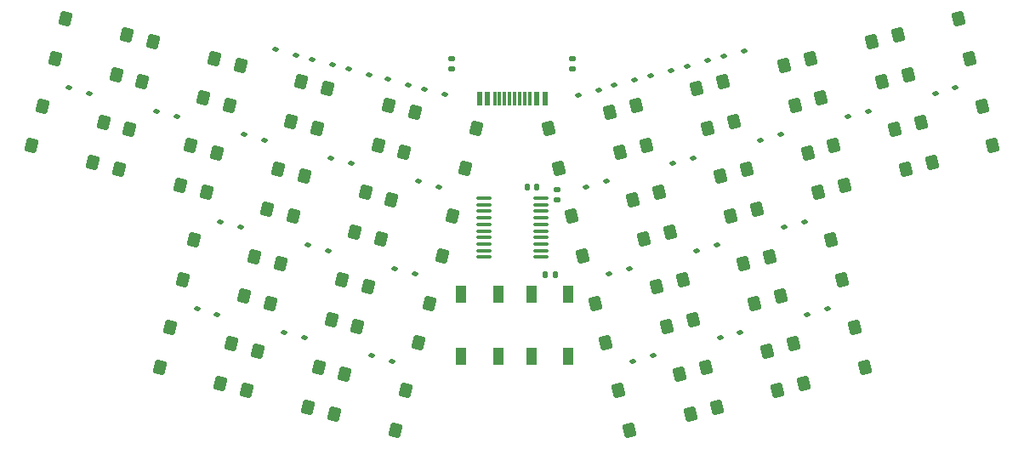
<source format=gbr>
%TF.GenerationSoftware,KiCad,Pcbnew,7.0.8*%
%TF.CreationDate,2024-01-22T23:57:30-06:00*%
%TF.ProjectId,idawgz32,69646177-677a-4333-922e-6b696361645f,rev?*%
%TF.SameCoordinates,Original*%
%TF.FileFunction,Paste,Top*%
%TF.FilePolarity,Positive*%
%FSLAX46Y46*%
G04 Gerber Fmt 4.6, Leading zero omitted, Abs format (unit mm)*
G04 Created by KiCad (PCBNEW 7.0.8) date 2024-01-22 23:57:30*
%MOMM*%
%LPD*%
G01*
G04 APERTURE LIST*
G04 Aperture macros list*
%AMRoundRect*
0 Rectangle with rounded corners*
0 $1 Rounding radius*
0 $2 $3 $4 $5 $6 $7 $8 $9 X,Y pos of 4 corners*
0 Add a 4 corners polygon primitive as box body*
4,1,4,$2,$3,$4,$5,$6,$7,$8,$9,$2,$3,0*
0 Add four circle primitives for the rounded corners*
1,1,$1+$1,$2,$3*
1,1,$1+$1,$4,$5*
1,1,$1+$1,$6,$7*
1,1,$1+$1,$8,$9*
0 Add four rect primitives between the rounded corners*
20,1,$1+$1,$2,$3,$4,$5,0*
20,1,$1+$1,$4,$5,$6,$7,0*
20,1,$1+$1,$6,$7,$8,$9,0*
20,1,$1+$1,$8,$9,$2,$3,0*%
G04 Aperture macros list end*
%ADD10R,1.100000X1.800000*%
%ADD11RoundRect,0.171429X-0.550772X-0.399638X0.277164X-0.621483X0.550772X0.399638X-0.277164X0.621483X0*%
%ADD12RoundRect,0.171429X-0.277164X-0.621483X0.550772X-0.399638X0.277164X0.621483X-0.550772X0.399638X0*%
%ADD13RoundRect,0.112500X-0.151994X-0.157195X0.210228X-0.060138X0.151994X0.157195X-0.210228X0.060138X0*%
%ADD14RoundRect,0.112500X0.210228X0.060138X-0.151994X0.157195X-0.210228X-0.060138X0.151994X-0.157195X0*%
%ADD15RoundRect,0.135000X0.135000X0.185000X-0.135000X0.185000X-0.135000X-0.185000X0.135000X-0.185000X0*%
%ADD16RoundRect,0.140000X0.170000X-0.140000X0.170000X0.140000X-0.170000X0.140000X-0.170000X-0.140000X0*%
%ADD17RoundRect,0.140000X0.140000X0.170000X-0.140000X0.170000X-0.140000X-0.170000X0.140000X-0.170000X0*%
%ADD18RoundRect,0.135000X0.185000X-0.135000X0.185000X0.135000X-0.185000X0.135000X-0.185000X-0.135000X0*%
%ADD19RoundRect,0.100000X-0.637500X-0.100000X0.637500X-0.100000X0.637500X0.100000X-0.637500X0.100000X0*%
%ADD20R,0.600000X1.450000*%
%ADD21R,0.300000X1.450000*%
G04 APERTURE END LIST*
D10*
%TO.C,SW42*%
X70101412Y-70016111D03*
X70101412Y-63816111D03*
X73801412Y-70016111D03*
X73801412Y-63816111D03*
%TD*%
D11*
%TO.C,SW3*%
X39462028Y-38720270D03*
X45547360Y-40350830D03*
X38400870Y-42680566D03*
X44486202Y-44311126D03*
%TD*%
D12*
%TO.C,SW8*%
X87515457Y-45009576D03*
X93600789Y-43379016D03*
X88576615Y-48969872D03*
X94661947Y-47339312D03*
%TD*%
D13*
%TO.C,D30*%
X95897912Y-68179535D03*
X97926356Y-67636015D03*
%TD*%
D11*
%TO.C,SW23*%
X52189952Y-60765680D03*
X58275284Y-62396240D03*
X51128794Y-64725976D03*
X57214126Y-66356536D03*
%TD*%
D14*
%TO.C,D29*%
X54551573Y-68179536D03*
X52523129Y-67636016D03*
%TD*%
D11*
%TO.C,SW25*%
X60883287Y-63095050D03*
X66968619Y-64725610D03*
X59822129Y-67055346D03*
X65907461Y-68685906D03*
%TD*%
D14*
%TO.C,D15*%
X50516986Y-48463496D03*
X48488542Y-47919976D03*
%TD*%
D13*
%TO.C,D6*%
X89014920Y-42071369D03*
X91043364Y-41527849D03*
%TD*%
D15*
%TO.C,R1*%
X79476929Y-61916107D03*
X78456929Y-61916107D03*
%TD*%
D11*
%TO.C,SW21*%
X43496619Y-58436309D03*
X49581951Y-60066869D03*
X42435461Y-62396605D03*
X48520793Y-64027165D03*
%TD*%
D13*
%TO.C,D24*%
X93568541Y-59486199D03*
X95596985Y-58942679D03*
%TD*%
%TO.C,D18*%
X91239168Y-50792870D03*
X93267612Y-50249350D03*
%TD*%
D14*
%TO.C,D3*%
X57328532Y-40971161D03*
X55300088Y-40427641D03*
%TD*%
D13*
%TO.C,D2*%
X96259361Y-40130226D03*
X98287805Y-39586706D03*
%TD*%
%TO.C,D10*%
X117319165Y-43804758D03*
X119347609Y-43261238D03*
%TD*%
D12*
%TO.C,SW24*%
X92174199Y-62396242D03*
X98259531Y-60765682D03*
X93235357Y-66356538D03*
X99320689Y-64725978D03*
%TD*%
D13*
%TO.C,D14*%
X110654278Y-45590608D03*
X108625834Y-46134128D03*
%TD*%
D11*
%TO.C,SW19*%
X63212657Y-54401716D03*
X69297989Y-56032276D03*
X62151499Y-58362012D03*
X68236831Y-59992572D03*
%TD*%
D12*
%TO.C,SW2*%
X113595457Y-38021460D03*
X119680789Y-36390900D03*
X114656615Y-41981756D03*
X120741947Y-40351196D03*
%TD*%
D11*
%TO.C,SW13*%
X37132661Y-47413601D03*
X43217993Y-49044161D03*
X36071503Y-51373897D03*
X42156835Y-53004457D03*
%TD*%
%TO.C,SW1*%
X30768698Y-36390906D03*
X36854030Y-38021466D03*
X29707540Y-40351202D03*
X35792872Y-41981762D03*
%TD*%
%TO.C,SW11*%
X65542027Y-45708386D03*
X71627359Y-47338946D03*
X64480869Y-49668682D03*
X70566201Y-51299242D03*
%TD*%
D12*
%TO.C,SW26*%
X83480869Y-64725613D03*
X89566201Y-63095053D03*
X84542027Y-68685909D03*
X90627359Y-67055349D03*
%TD*%
D14*
%TO.C,D19*%
X67903647Y-53122241D03*
X65875203Y-52578721D03*
%TD*%
D13*
%TO.C,D8*%
X85392695Y-43041940D03*
X87421139Y-42498420D03*
%TD*%
D16*
%TO.C,C1*%
X79716930Y-54416107D03*
X79716930Y-53456107D03*
%TD*%
D12*
%TO.C,SW6*%
X96208792Y-42680205D03*
X102294124Y-41049645D03*
X97269950Y-46640501D03*
X103355282Y-45009941D03*
%TD*%
D17*
%TO.C,C2*%
X77676928Y-53166111D03*
X76716928Y-53166111D03*
%TD*%
D13*
%TO.C,D4*%
X92637140Y-41100798D03*
X94665584Y-40557278D03*
%TD*%
%TO.C,D32*%
X87204582Y-70508906D03*
X89233026Y-69965386D03*
%TD*%
D18*
%TO.C,R5*%
X69216929Y-41426111D03*
X69216929Y-40406111D03*
%TD*%
D19*
%TO.C,U1*%
X72362242Y-54272148D03*
X72362242Y-54922148D03*
X72362242Y-55572148D03*
X72362242Y-56222148D03*
X72362242Y-56872148D03*
X72362242Y-57522148D03*
X72362242Y-58172148D03*
X72362242Y-58822148D03*
X72362242Y-59472148D03*
X72362242Y-60122148D03*
X78087242Y-60122148D03*
X78087242Y-59472148D03*
X78087242Y-58822148D03*
X78087242Y-58172148D03*
X78087242Y-57522148D03*
X78087242Y-56872148D03*
X78087242Y-56222148D03*
X78087242Y-55572148D03*
X78087242Y-54922148D03*
X78087242Y-54272148D03*
%TD*%
D13*
%TO.C,D16*%
X99932500Y-48463498D03*
X101960944Y-47919978D03*
%TD*%
%TO.C,D20*%
X82545836Y-53122241D03*
X84574280Y-52578721D03*
%TD*%
D12*
%TO.C,SW18*%
X89844832Y-53702907D03*
X95930164Y-52072347D03*
X90905990Y-57663203D03*
X96991322Y-56032643D03*
%TD*%
%TO.C,SW16*%
X98538160Y-51373537D03*
X104623492Y-49742977D03*
X99599318Y-55333833D03*
X105684650Y-53703273D03*
%TD*%
D13*
%TO.C,D12*%
X81770474Y-44012514D03*
X83798918Y-43468994D03*
%TD*%
%TO.C,D26*%
X84875210Y-61815572D03*
X86903654Y-61272052D03*
%TD*%
D11*
%TO.C,SW29*%
X49860580Y-69459013D03*
X55945912Y-71089573D03*
X48799422Y-73419309D03*
X54884754Y-75049869D03*
%TD*%
D18*
%TO.C,R4*%
X81216930Y-41426108D03*
X81216930Y-40406108D03*
%TD*%
D14*
%TO.C,D11*%
X68484975Y-43960520D03*
X66456531Y-43417000D03*
%TD*%
D12*
%TO.C,SW32*%
X85810241Y-73418945D03*
X91895573Y-71788385D03*
X86871399Y-77379241D03*
X92956731Y-75748681D03*
%TD*%
%TO.C,SW12*%
X78822123Y-47338947D03*
X84907455Y-45708387D03*
X79883281Y-51299243D03*
X85968613Y-49668683D03*
%TD*%
D11*
%TO.C,SW15*%
X45825990Y-49742979D03*
X51911322Y-51373539D03*
X44764832Y-53703275D03*
X50850164Y-55333835D03*
%TD*%
D12*
%TO.C,SW14*%
X114377987Y-51373900D03*
X108292655Y-53004460D03*
X113316829Y-47413604D03*
X107231497Y-49044164D03*
%TD*%
D11*
%TO.C,SW5*%
X48155362Y-41049645D03*
X54240694Y-42680205D03*
X47094204Y-45009941D03*
X53179536Y-46640501D03*
%TD*%
D14*
%TO.C,D27*%
X45858243Y-65850164D03*
X43829799Y-65306644D03*
%TD*%
%TO.C,D13*%
X41823654Y-46134126D03*
X39795210Y-45590606D03*
%TD*%
D20*
%TO.C,J1*%
X78466927Y-44326110D03*
X77666927Y-44326110D03*
D21*
X76966927Y-44326110D03*
X75966927Y-44326110D03*
X74466927Y-44326110D03*
X73466927Y-44326110D03*
D20*
X72766927Y-44326110D03*
X71966927Y-44326110D03*
X71966927Y-44326110D03*
X72766927Y-44326110D03*
D21*
X73966927Y-44326110D03*
X74966927Y-44326110D03*
X75466927Y-44326110D03*
X76466927Y-44326110D03*
D20*
X77666927Y-44326110D03*
X78466927Y-44326110D03*
%TD*%
D12*
%TO.C,SW28*%
X103196906Y-68760198D03*
X109282238Y-67129638D03*
X104258064Y-72720494D03*
X110343396Y-71089934D03*
%TD*%
%TO.C,SW22*%
X100867534Y-60066867D03*
X106952866Y-58436307D03*
X101928692Y-64027163D03*
X108014024Y-62396603D03*
%TD*%
D11*
%TO.C,SW31*%
X58553910Y-71788382D03*
X64639242Y-73418942D03*
X57492752Y-75748678D03*
X63578084Y-77379238D03*
%TD*%
D14*
%TO.C,D7*%
X64862752Y-42989951D03*
X62834308Y-42446431D03*
%TD*%
D13*
%TO.C,D28*%
X104591243Y-65850165D03*
X106619687Y-65306645D03*
%TD*%
D14*
%TO.C,D5*%
X60950752Y-41941732D03*
X58922308Y-41398212D03*
%TD*%
%TO.C,D21*%
X48187613Y-57156829D03*
X46159169Y-56613309D03*
%TD*%
D13*
%TO.C,D22*%
X102261873Y-57156830D03*
X104290317Y-56613310D03*
%TD*%
D12*
%TO.C,SW10*%
X115924830Y-46714794D03*
X122010162Y-45084234D03*
X116985988Y-50675090D03*
X123071320Y-49044530D03*
%TD*%
D10*
%TO.C,SW41*%
X77101412Y-70016107D03*
X77101412Y-63816107D03*
X80801412Y-70016107D03*
X80801412Y-63816107D03*
%TD*%
D12*
%TO.C,SW20*%
X81151497Y-56032282D03*
X87236829Y-54401722D03*
X82212655Y-59992578D03*
X88297987Y-58362018D03*
%TD*%
%TO.C,SW30*%
X94503573Y-71089575D03*
X100588905Y-69459015D03*
X95564731Y-75049871D03*
X101650063Y-73419311D03*
%TD*%
D11*
%TO.C,SW7*%
X56848696Y-43379014D03*
X62934028Y-45009574D03*
X55787538Y-47339310D03*
X61872870Y-48969870D03*
%TD*%
D14*
%TO.C,D25*%
X65574279Y-61815575D03*
X63545835Y-61272055D03*
%TD*%
%TO.C,D23*%
X56880948Y-59486203D03*
X54852504Y-58942683D03*
%TD*%
%TO.C,D17*%
X59210319Y-50792870D03*
X57181875Y-50249350D03*
%TD*%
D11*
%TO.C,SW9*%
X28439327Y-45084233D03*
X34524659Y-46714793D03*
X27378169Y-49044529D03*
X33463501Y-50675089D03*
%TD*%
D14*
%TO.C,D9*%
X33130320Y-43804752D03*
X31101876Y-43261232D03*
%TD*%
%TO.C,D1*%
X53706309Y-40000593D03*
X51677865Y-39457073D03*
%TD*%
D12*
%TO.C,SW4*%
X112048613Y-42680567D03*
X105963281Y-44311127D03*
X110987455Y-38720271D03*
X104902123Y-40350831D03*
%TD*%
D11*
%TO.C,SW17*%
X54519322Y-52072351D03*
X60604654Y-53702911D03*
X53458164Y-56032647D03*
X59543496Y-57663207D03*
%TD*%
%TO.C,SW27*%
X41167248Y-67129646D03*
X47252580Y-68760206D03*
X40106090Y-71089942D03*
X46191422Y-72720502D03*
%TD*%
D14*
%TO.C,D31*%
X63244908Y-70508909D03*
X61216464Y-69965389D03*
%TD*%
M02*

</source>
